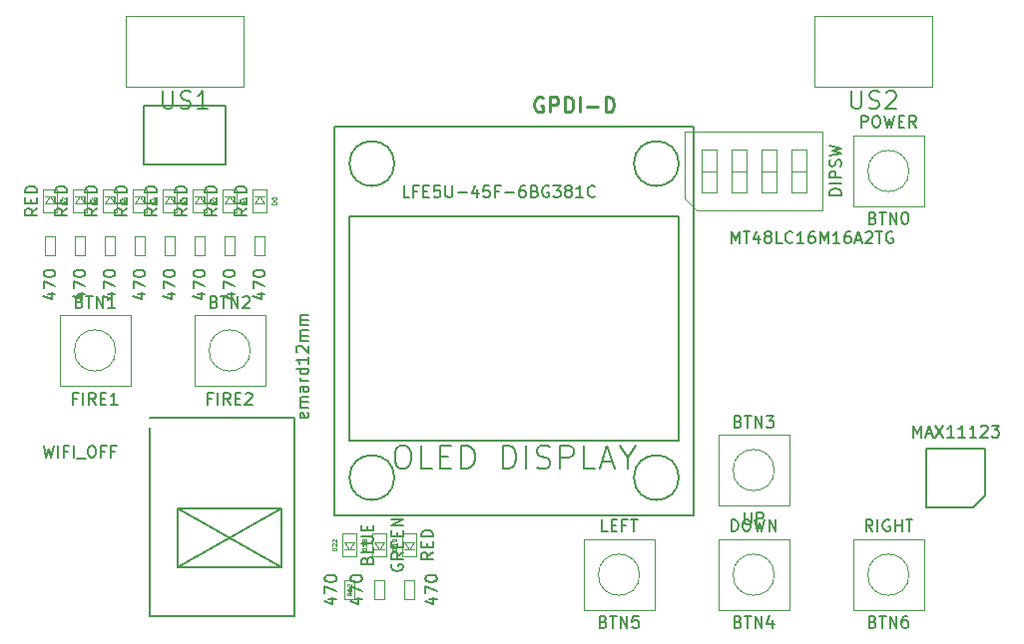
<source format=gbr>
G04 #@! TF.FileFunction,Other,Fab,Top*
%FSLAX46Y46*%
G04 Gerber Fmt 4.6, Leading zero omitted, Abs format (unit mm)*
G04 Created by KiCad (PCBNEW 4.0.7+dfsg1-1) date Mon Dec 25 00:55:42 2017*
%MOMM*%
%LPD*%
G01*
G04 APERTURE LIST*
%ADD10C,0.100000*%
%ADD11C,0.150000*%
%ADD12C,0.075000*%
%ADD13C,0.254000*%
G04 APERTURE END LIST*
D10*
X127990000Y-108880000D02*
X128790000Y-108880000D01*
X127990000Y-110480000D02*
X127990000Y-108880000D01*
X128790000Y-110480000D02*
X127990000Y-110480000D01*
X128790000Y-108880000D02*
X128790000Y-110480000D01*
X131330000Y-110480000D02*
X130530000Y-110480000D01*
X131330000Y-108880000D02*
X131330000Y-110480000D01*
X130530000Y-108880000D02*
X131330000Y-108880000D01*
X130530000Y-110480000D02*
X130530000Y-108880000D01*
X116880000Y-60925000D02*
X116880000Y-66925000D01*
X106880000Y-60925000D02*
X116880000Y-60925000D01*
X106880000Y-66925000D02*
X106880000Y-60925000D01*
X116880000Y-66925000D02*
X106880000Y-66925000D01*
X175300000Y-60925000D02*
X175300000Y-66925000D01*
X165300000Y-60925000D02*
X175300000Y-60925000D01*
X165300000Y-66925000D02*
X165300000Y-60925000D01*
X175300000Y-66925000D02*
X165300000Y-66925000D01*
X118630000Y-81270000D02*
X117830000Y-81270000D01*
X118630000Y-79670000D02*
X118630000Y-81270000D01*
X117830000Y-79670000D02*
X118630000Y-79670000D01*
X117830000Y-81270000D02*
X117830000Y-79670000D01*
X116090000Y-81270000D02*
X115290000Y-81270000D01*
X116090000Y-79670000D02*
X116090000Y-81270000D01*
X115290000Y-79670000D02*
X116090000Y-79670000D01*
X115290000Y-81270000D02*
X115290000Y-79670000D01*
X113550000Y-81270000D02*
X112750000Y-81270000D01*
X113550000Y-79670000D02*
X113550000Y-81270000D01*
X112750000Y-79670000D02*
X113550000Y-79670000D01*
X112750000Y-81270000D02*
X112750000Y-79670000D01*
X111010000Y-81270000D02*
X110210000Y-81270000D01*
X111010000Y-79670000D02*
X111010000Y-81270000D01*
X110210000Y-79670000D02*
X111010000Y-79670000D01*
X110210000Y-81270000D02*
X110210000Y-79670000D01*
X108470000Y-81270000D02*
X107670000Y-81270000D01*
X108470000Y-79670000D02*
X108470000Y-81270000D01*
X107670000Y-79670000D02*
X108470000Y-79670000D01*
X107670000Y-81270000D02*
X107670000Y-79670000D01*
X105930000Y-81270000D02*
X105130000Y-81270000D01*
X105930000Y-79670000D02*
X105930000Y-81270000D01*
X105130000Y-79670000D02*
X105930000Y-79670000D01*
X105130000Y-81270000D02*
X105130000Y-79670000D01*
X103390000Y-81270000D02*
X102590000Y-81270000D01*
X103390000Y-79670000D02*
X103390000Y-81270000D01*
X102590000Y-79670000D02*
X103390000Y-79670000D01*
X102590000Y-81270000D02*
X102590000Y-79670000D01*
X100850000Y-81270000D02*
X100050000Y-81270000D01*
X100850000Y-79670000D02*
X100850000Y-81270000D01*
X100050000Y-79670000D02*
X100850000Y-79670000D01*
X100050000Y-81270000D02*
X100050000Y-79670000D01*
D11*
X178785000Y-102655000D02*
X174785000Y-102655000D01*
X174785000Y-102655000D02*
X174785000Y-97655000D01*
X174785000Y-97655000D02*
X179785000Y-97655000D01*
X179785000Y-97655000D02*
X179785000Y-101655000D01*
X179785000Y-101655000D02*
X178785000Y-102655000D01*
X153790000Y-73485000D02*
G75*
G03X153790000Y-73485000I-1905000J0D01*
G01*
X129660000Y-73485000D02*
G75*
G03X129660000Y-73485000I-1905000J0D01*
G01*
X129660000Y-100155000D02*
G75*
G03X129660000Y-100155000I-1905000J0D01*
G01*
X153790000Y-100155000D02*
G75*
G03X153790000Y-100155000I-1905000J0D01*
G01*
X153790000Y-77930000D02*
X153790000Y-96980000D01*
X125850000Y-77930000D02*
X153790000Y-77930000D01*
X125850000Y-96980000D02*
X125850000Y-77930000D01*
X153790000Y-96980000D02*
X125850000Y-96980000D01*
X155060000Y-70310000D02*
X155060000Y-103330000D01*
X124580000Y-70310000D02*
X155060000Y-70310000D01*
X124580000Y-103330000D02*
X124580000Y-70310000D01*
X155060000Y-103330000D02*
X124580000Y-103330000D01*
D10*
X174570000Y-77120000D02*
X174570000Y-71120000D01*
X174570000Y-71120000D02*
X168570000Y-71120000D01*
X168570000Y-71120000D02*
X168570000Y-77120000D01*
X168570000Y-77120000D02*
X174570000Y-77120000D01*
X173320714Y-74120000D02*
G75*
G03X173320714Y-74120000I-1750714J0D01*
G01*
X101260000Y-86360000D02*
X101260000Y-92360000D01*
X101260000Y-92360000D02*
X107260000Y-92360000D01*
X107260000Y-92360000D02*
X107260000Y-86360000D01*
X107260000Y-86360000D02*
X101260000Y-86360000D01*
X106010714Y-89360000D02*
G75*
G03X106010714Y-89360000I-1750714J0D01*
G01*
X112690000Y-86360000D02*
X112690000Y-92360000D01*
X112690000Y-92360000D02*
X118690000Y-92360000D01*
X118690000Y-92360000D02*
X118690000Y-86360000D01*
X118690000Y-86360000D02*
X112690000Y-86360000D01*
X117440714Y-89360000D02*
G75*
G03X117440714Y-89360000I-1750714J0D01*
G01*
X157140000Y-96520000D02*
X157140000Y-102520000D01*
X157140000Y-102520000D02*
X163140000Y-102520000D01*
X163140000Y-102520000D02*
X163140000Y-96520000D01*
X163140000Y-96520000D02*
X157140000Y-96520000D01*
X161890714Y-99520000D02*
G75*
G03X161890714Y-99520000I-1750714J0D01*
G01*
X163140000Y-111410000D02*
X163140000Y-105410000D01*
X163140000Y-105410000D02*
X157140000Y-105410000D01*
X157140000Y-105410000D02*
X157140000Y-111410000D01*
X157140000Y-111410000D02*
X163140000Y-111410000D01*
X161890714Y-108410000D02*
G75*
G03X161890714Y-108410000I-1750714J0D01*
G01*
X151710000Y-111410000D02*
X151710000Y-105410000D01*
X151710000Y-105410000D02*
X145710000Y-105410000D01*
X145710000Y-105410000D02*
X145710000Y-111410000D01*
X145710000Y-111410000D02*
X151710000Y-111410000D01*
X150460714Y-108410000D02*
G75*
G03X150460714Y-108410000I-1750714J0D01*
G01*
X174570000Y-111410000D02*
X174570000Y-105410000D01*
X174570000Y-105410000D02*
X168570000Y-105410000D01*
X168570000Y-105410000D02*
X168570000Y-111410000D01*
X168570000Y-111410000D02*
X174570000Y-111410000D01*
X173320714Y-108410000D02*
G75*
G03X173320714Y-108410000I-1750714J0D01*
G01*
X154280000Y-76460000D02*
X154280000Y-70780000D01*
X154280000Y-70780000D02*
X166000000Y-70780000D01*
X166000000Y-70780000D02*
X166000000Y-77460000D01*
X166000000Y-77460000D02*
X155280000Y-77460000D01*
X155280000Y-77460000D02*
X154280000Y-76460000D01*
X155695000Y-75930000D02*
X156965000Y-75930000D01*
X156965000Y-75930000D02*
X156965000Y-72310000D01*
X156965000Y-72310000D02*
X155695000Y-72310000D01*
X155695000Y-72310000D02*
X155695000Y-75930000D01*
X155695000Y-74120000D02*
X156965000Y-74120000D01*
X158235000Y-75930000D02*
X159505000Y-75930000D01*
X159505000Y-75930000D02*
X159505000Y-72310000D01*
X159505000Y-72310000D02*
X158235000Y-72310000D01*
X158235000Y-72310000D02*
X158235000Y-75930000D01*
X158235000Y-74120000D02*
X159505000Y-74120000D01*
X160775000Y-75930000D02*
X162045000Y-75930000D01*
X162045000Y-75930000D02*
X162045000Y-72310000D01*
X162045000Y-72310000D02*
X160775000Y-72310000D01*
X160775000Y-72310000D02*
X160775000Y-75930000D01*
X160775000Y-74120000D02*
X162045000Y-74120000D01*
X163315000Y-75930000D02*
X164585000Y-75930000D01*
X164585000Y-75930000D02*
X164585000Y-72310000D01*
X164585000Y-72310000D02*
X163315000Y-72310000D01*
X163315000Y-72310000D02*
X163315000Y-75930000D01*
X163315000Y-74120000D02*
X164585000Y-74120000D01*
X125450000Y-106270000D02*
X126250000Y-106270000D01*
X125850000Y-106270000D02*
X125450000Y-105670000D01*
X126250000Y-105670000D02*
X125850000Y-106270000D01*
X125450000Y-105670000D02*
X126250000Y-105670000D01*
X126450000Y-104870000D02*
X126450000Y-106870000D01*
X125250000Y-104870000D02*
X126450000Y-104870000D01*
X125250000Y-106870000D02*
X125250000Y-104870000D01*
X126450000Y-106870000D02*
X125250000Y-106870000D01*
X125450000Y-108880000D02*
X126250000Y-108880000D01*
X125450000Y-110480000D02*
X125450000Y-108880000D01*
X126250000Y-110480000D02*
X125450000Y-110480000D01*
X126250000Y-108880000D02*
X126250000Y-110480000D01*
X127990000Y-106270000D02*
X128790000Y-106270000D01*
X128390000Y-106270000D02*
X127990000Y-105670000D01*
X128790000Y-105670000D02*
X128390000Y-106270000D01*
X127990000Y-105670000D02*
X128790000Y-105670000D01*
X128990000Y-104870000D02*
X128990000Y-106870000D01*
X127790000Y-104870000D02*
X128990000Y-104870000D01*
X127790000Y-106870000D02*
X127790000Y-104870000D01*
X128990000Y-106870000D02*
X127790000Y-106870000D01*
X118630000Y-76260000D02*
X117830000Y-76260000D01*
X118230000Y-76260000D02*
X118630000Y-76860000D01*
X117830000Y-76860000D02*
X118230000Y-76260000D01*
X118630000Y-76860000D02*
X117830000Y-76860000D01*
X117630000Y-77660000D02*
X117630000Y-75660000D01*
X118830000Y-77660000D02*
X117630000Y-77660000D01*
X118830000Y-75660000D02*
X118830000Y-77660000D01*
X117630000Y-75660000D02*
X118830000Y-75660000D01*
X116090000Y-76260000D02*
X115290000Y-76260000D01*
X115690000Y-76260000D02*
X116090000Y-76860000D01*
X115290000Y-76860000D02*
X115690000Y-76260000D01*
X116090000Y-76860000D02*
X115290000Y-76860000D01*
X115090000Y-77660000D02*
X115090000Y-75660000D01*
X116290000Y-77660000D02*
X115090000Y-77660000D01*
X116290000Y-75660000D02*
X116290000Y-77660000D01*
X115090000Y-75660000D02*
X116290000Y-75660000D01*
X113550000Y-76260000D02*
X112750000Y-76260000D01*
X113150000Y-76260000D02*
X113550000Y-76860000D01*
X112750000Y-76860000D02*
X113150000Y-76260000D01*
X113550000Y-76860000D02*
X112750000Y-76860000D01*
X112550000Y-77660000D02*
X112550000Y-75660000D01*
X113750000Y-77660000D02*
X112550000Y-77660000D01*
X113750000Y-75660000D02*
X113750000Y-77660000D01*
X112550000Y-75660000D02*
X113750000Y-75660000D01*
X111010000Y-76260000D02*
X110210000Y-76260000D01*
X110610000Y-76260000D02*
X111010000Y-76860000D01*
X110210000Y-76860000D02*
X110610000Y-76260000D01*
X111010000Y-76860000D02*
X110210000Y-76860000D01*
X110010000Y-77660000D02*
X110010000Y-75660000D01*
X111210000Y-77660000D02*
X110010000Y-77660000D01*
X111210000Y-75660000D02*
X111210000Y-77660000D01*
X110010000Y-75660000D02*
X111210000Y-75660000D01*
X108470000Y-76260000D02*
X107670000Y-76260000D01*
X108070000Y-76260000D02*
X108470000Y-76860000D01*
X107670000Y-76860000D02*
X108070000Y-76260000D01*
X108470000Y-76860000D02*
X107670000Y-76860000D01*
X107470000Y-77660000D02*
X107470000Y-75660000D01*
X108670000Y-77660000D02*
X107470000Y-77660000D01*
X108670000Y-75660000D02*
X108670000Y-77660000D01*
X107470000Y-75660000D02*
X108670000Y-75660000D01*
X105930000Y-76260000D02*
X105130000Y-76260000D01*
X105530000Y-76260000D02*
X105930000Y-76860000D01*
X105130000Y-76860000D02*
X105530000Y-76260000D01*
X105930000Y-76860000D02*
X105130000Y-76860000D01*
X104930000Y-77660000D02*
X104930000Y-75660000D01*
X106130000Y-77660000D02*
X104930000Y-77660000D01*
X106130000Y-75660000D02*
X106130000Y-77660000D01*
X104930000Y-75660000D02*
X106130000Y-75660000D01*
X103390000Y-76260000D02*
X102590000Y-76260000D01*
X102990000Y-76260000D02*
X103390000Y-76860000D01*
X102590000Y-76860000D02*
X102990000Y-76260000D01*
X103390000Y-76860000D02*
X102590000Y-76860000D01*
X102390000Y-77660000D02*
X102390000Y-75660000D01*
X103590000Y-77660000D02*
X102390000Y-77660000D01*
X103590000Y-75660000D02*
X103590000Y-77660000D01*
X102390000Y-75660000D02*
X103590000Y-75660000D01*
X100850000Y-76260000D02*
X100050000Y-76260000D01*
X100450000Y-76260000D02*
X100850000Y-76860000D01*
X100050000Y-76860000D02*
X100450000Y-76260000D01*
X100850000Y-76860000D02*
X100050000Y-76860000D01*
X99850000Y-77660000D02*
X99850000Y-75660000D01*
X101050000Y-77660000D02*
X99850000Y-77660000D01*
X101050000Y-75660000D02*
X101050000Y-77660000D01*
X99850000Y-75660000D02*
X101050000Y-75660000D01*
X130530000Y-106270000D02*
X131330000Y-106270000D01*
X130930000Y-106270000D02*
X130530000Y-105670000D01*
X131330000Y-105670000D02*
X130930000Y-106270000D01*
X130530000Y-105670000D02*
X131330000Y-105670000D01*
X131530000Y-104870000D02*
X131530000Y-106870000D01*
X130330000Y-104870000D02*
X131530000Y-104870000D01*
X130330000Y-106870000D02*
X130330000Y-104870000D01*
X131530000Y-106870000D02*
X130330000Y-106870000D01*
D11*
X120050000Y-102800000D02*
X111250000Y-107750000D01*
X120050000Y-107750000D02*
X111250000Y-102800000D01*
X120050000Y-102800000D02*
X120050000Y-107750000D01*
X111250000Y-102800000D02*
X111250000Y-107750000D01*
X111250000Y-107750000D02*
X120050000Y-107750000D01*
X120050000Y-102800000D02*
X111250000Y-102800000D01*
X121200000Y-95100000D02*
X108900000Y-95100000D01*
X121200000Y-111900000D02*
X121200000Y-95100000D01*
X108900000Y-111900000D02*
X121200000Y-111900000D01*
X108900000Y-95950000D02*
X108900000Y-111900000D01*
X115380000Y-68572000D02*
X115380000Y-73572000D01*
X108380000Y-68572000D02*
X115380000Y-68572000D01*
X108380000Y-73572000D02*
X108380000Y-68572000D01*
X115380000Y-73572000D02*
X108380000Y-73572000D01*
X99894762Y-97448381D02*
X100132857Y-98448381D01*
X100323334Y-97734095D01*
X100513810Y-98448381D01*
X100751905Y-97448381D01*
X101132857Y-98448381D02*
X101132857Y-97448381D01*
X101942381Y-97924571D02*
X101609047Y-97924571D01*
X101609047Y-98448381D02*
X101609047Y-97448381D01*
X102085238Y-97448381D01*
X102466190Y-98448381D02*
X102466190Y-97448381D01*
X102704285Y-98543619D02*
X103466190Y-98543619D01*
X103894761Y-97448381D02*
X104085238Y-97448381D01*
X104180476Y-97496000D01*
X104275714Y-97591238D01*
X104323333Y-97781714D01*
X104323333Y-98115048D01*
X104275714Y-98305524D01*
X104180476Y-98400762D01*
X104085238Y-98448381D01*
X103894761Y-98448381D01*
X103799523Y-98400762D01*
X103704285Y-98305524D01*
X103656666Y-98115048D01*
X103656666Y-97781714D01*
X103704285Y-97591238D01*
X103799523Y-97496000D01*
X103894761Y-97448381D01*
X105085238Y-97924571D02*
X104751904Y-97924571D01*
X104751904Y-98448381D02*
X104751904Y-97448381D01*
X105228095Y-97448381D01*
X105942381Y-97924571D02*
X105609047Y-97924571D01*
X105609047Y-98448381D02*
X105609047Y-97448381D01*
X106085238Y-97448381D01*
X126275714Y-110441904D02*
X126942381Y-110441904D01*
X125894762Y-110680000D02*
X126609048Y-110918095D01*
X126609048Y-110299047D01*
X125942381Y-110013333D02*
X125942381Y-109346666D01*
X126942381Y-109775238D01*
X125942381Y-108775238D02*
X125942381Y-108679999D01*
X125990000Y-108584761D01*
X126037619Y-108537142D01*
X126132857Y-108489523D01*
X126323333Y-108441904D01*
X126561429Y-108441904D01*
X126751905Y-108489523D01*
X126847143Y-108537142D01*
X126894762Y-108584761D01*
X126942381Y-108679999D01*
X126942381Y-108775238D01*
X126894762Y-108870476D01*
X126847143Y-108918095D01*
X126751905Y-108965714D01*
X126561429Y-109013333D01*
X126323333Y-109013333D01*
X126132857Y-108965714D01*
X126037619Y-108918095D01*
X125990000Y-108870476D01*
X125942381Y-108775238D01*
X132615714Y-110441904D02*
X133282381Y-110441904D01*
X132234762Y-110680000D02*
X132949048Y-110918095D01*
X132949048Y-110299047D01*
X132282381Y-110013333D02*
X132282381Y-109346666D01*
X133282381Y-109775238D01*
X132282381Y-108775238D02*
X132282381Y-108679999D01*
X132330000Y-108584761D01*
X132377619Y-108537142D01*
X132472857Y-108489523D01*
X132663333Y-108441904D01*
X132901429Y-108441904D01*
X133091905Y-108489523D01*
X133187143Y-108537142D01*
X133234762Y-108584761D01*
X133282381Y-108679999D01*
X133282381Y-108775238D01*
X133234762Y-108870476D01*
X133187143Y-108918095D01*
X133091905Y-108965714D01*
X132901429Y-109013333D01*
X132663333Y-109013333D01*
X132472857Y-108965714D01*
X132377619Y-108918095D01*
X132330000Y-108870476D01*
X132282381Y-108775238D01*
X110022858Y-67329571D02*
X110022858Y-68543857D01*
X110094286Y-68686714D01*
X110165715Y-68758143D01*
X110308572Y-68829571D01*
X110594286Y-68829571D01*
X110737144Y-68758143D01*
X110808572Y-68686714D01*
X110880001Y-68543857D01*
X110880001Y-67329571D01*
X111522858Y-68758143D02*
X111737144Y-68829571D01*
X112094287Y-68829571D01*
X112237144Y-68758143D01*
X112308573Y-68686714D01*
X112380001Y-68543857D01*
X112380001Y-68401000D01*
X112308573Y-68258143D01*
X112237144Y-68186714D01*
X112094287Y-68115286D01*
X111808573Y-68043857D01*
X111665715Y-67972429D01*
X111594287Y-67901000D01*
X111522858Y-67758143D01*
X111522858Y-67615286D01*
X111594287Y-67472429D01*
X111665715Y-67401000D01*
X111808573Y-67329571D01*
X112165715Y-67329571D01*
X112380001Y-67401000D01*
X113808572Y-68829571D02*
X112951429Y-68829571D01*
X113380001Y-68829571D02*
X113380001Y-67329571D01*
X113237144Y-67543857D01*
X113094286Y-67686714D01*
X112951429Y-67758143D01*
X168442858Y-67329571D02*
X168442858Y-68543857D01*
X168514286Y-68686714D01*
X168585715Y-68758143D01*
X168728572Y-68829571D01*
X169014286Y-68829571D01*
X169157144Y-68758143D01*
X169228572Y-68686714D01*
X169300001Y-68543857D01*
X169300001Y-67329571D01*
X169942858Y-68758143D02*
X170157144Y-68829571D01*
X170514287Y-68829571D01*
X170657144Y-68758143D01*
X170728573Y-68686714D01*
X170800001Y-68543857D01*
X170800001Y-68401000D01*
X170728573Y-68258143D01*
X170657144Y-68186714D01*
X170514287Y-68115286D01*
X170228573Y-68043857D01*
X170085715Y-67972429D01*
X170014287Y-67901000D01*
X169942858Y-67758143D01*
X169942858Y-67615286D01*
X170014287Y-67472429D01*
X170085715Y-67401000D01*
X170228573Y-67329571D01*
X170585715Y-67329571D01*
X170800001Y-67401000D01*
X171371429Y-67472429D02*
X171442858Y-67401000D01*
X171585715Y-67329571D01*
X171942858Y-67329571D01*
X172085715Y-67401000D01*
X172157144Y-67472429D01*
X172228572Y-67615286D01*
X172228572Y-67758143D01*
X172157144Y-67972429D01*
X171300001Y-68829571D01*
X172228572Y-68829571D01*
X118015714Y-84533904D02*
X118682381Y-84533904D01*
X117634762Y-84772000D02*
X118349048Y-85010095D01*
X118349048Y-84391047D01*
X117682381Y-84105333D02*
X117682381Y-83438666D01*
X118682381Y-83867238D01*
X117682381Y-82867238D02*
X117682381Y-82771999D01*
X117730000Y-82676761D01*
X117777619Y-82629142D01*
X117872857Y-82581523D01*
X118063333Y-82533904D01*
X118301429Y-82533904D01*
X118491905Y-82581523D01*
X118587143Y-82629142D01*
X118634762Y-82676761D01*
X118682381Y-82771999D01*
X118682381Y-82867238D01*
X118634762Y-82962476D01*
X118587143Y-83010095D01*
X118491905Y-83057714D01*
X118301429Y-83105333D01*
X118063333Y-83105333D01*
X117872857Y-83057714D01*
X117777619Y-83010095D01*
X117730000Y-82962476D01*
X117682381Y-82867238D01*
X115475714Y-84533904D02*
X116142381Y-84533904D01*
X115094762Y-84772000D02*
X115809048Y-85010095D01*
X115809048Y-84391047D01*
X115142381Y-84105333D02*
X115142381Y-83438666D01*
X116142381Y-83867238D01*
X115142381Y-82867238D02*
X115142381Y-82771999D01*
X115190000Y-82676761D01*
X115237619Y-82629142D01*
X115332857Y-82581523D01*
X115523333Y-82533904D01*
X115761429Y-82533904D01*
X115951905Y-82581523D01*
X116047143Y-82629142D01*
X116094762Y-82676761D01*
X116142381Y-82771999D01*
X116142381Y-82867238D01*
X116094762Y-82962476D01*
X116047143Y-83010095D01*
X115951905Y-83057714D01*
X115761429Y-83105333D01*
X115523333Y-83105333D01*
X115332857Y-83057714D01*
X115237619Y-83010095D01*
X115190000Y-82962476D01*
X115142381Y-82867238D01*
X112935714Y-84533904D02*
X113602381Y-84533904D01*
X112554762Y-84772000D02*
X113269048Y-85010095D01*
X113269048Y-84391047D01*
X112602381Y-84105333D02*
X112602381Y-83438666D01*
X113602381Y-83867238D01*
X112602381Y-82867238D02*
X112602381Y-82771999D01*
X112650000Y-82676761D01*
X112697619Y-82629142D01*
X112792857Y-82581523D01*
X112983333Y-82533904D01*
X113221429Y-82533904D01*
X113411905Y-82581523D01*
X113507143Y-82629142D01*
X113554762Y-82676761D01*
X113602381Y-82771999D01*
X113602381Y-82867238D01*
X113554762Y-82962476D01*
X113507143Y-83010095D01*
X113411905Y-83057714D01*
X113221429Y-83105333D01*
X112983333Y-83105333D01*
X112792857Y-83057714D01*
X112697619Y-83010095D01*
X112650000Y-82962476D01*
X112602381Y-82867238D01*
X110395714Y-84533904D02*
X111062381Y-84533904D01*
X110014762Y-84772000D02*
X110729048Y-85010095D01*
X110729048Y-84391047D01*
X110062381Y-84105333D02*
X110062381Y-83438666D01*
X111062381Y-83867238D01*
X110062381Y-82867238D02*
X110062381Y-82771999D01*
X110110000Y-82676761D01*
X110157619Y-82629142D01*
X110252857Y-82581523D01*
X110443333Y-82533904D01*
X110681429Y-82533904D01*
X110871905Y-82581523D01*
X110967143Y-82629142D01*
X111014762Y-82676761D01*
X111062381Y-82771999D01*
X111062381Y-82867238D01*
X111014762Y-82962476D01*
X110967143Y-83010095D01*
X110871905Y-83057714D01*
X110681429Y-83105333D01*
X110443333Y-83105333D01*
X110252857Y-83057714D01*
X110157619Y-83010095D01*
X110110000Y-82962476D01*
X110062381Y-82867238D01*
X107855714Y-84533904D02*
X108522381Y-84533904D01*
X107474762Y-84772000D02*
X108189048Y-85010095D01*
X108189048Y-84391047D01*
X107522381Y-84105333D02*
X107522381Y-83438666D01*
X108522381Y-83867238D01*
X107522381Y-82867238D02*
X107522381Y-82771999D01*
X107570000Y-82676761D01*
X107617619Y-82629142D01*
X107712857Y-82581523D01*
X107903333Y-82533904D01*
X108141429Y-82533904D01*
X108331905Y-82581523D01*
X108427143Y-82629142D01*
X108474762Y-82676761D01*
X108522381Y-82771999D01*
X108522381Y-82867238D01*
X108474762Y-82962476D01*
X108427143Y-83010095D01*
X108331905Y-83057714D01*
X108141429Y-83105333D01*
X107903333Y-83105333D01*
X107712857Y-83057714D01*
X107617619Y-83010095D01*
X107570000Y-82962476D01*
X107522381Y-82867238D01*
X105315714Y-84533904D02*
X105982381Y-84533904D01*
X104934762Y-84772000D02*
X105649048Y-85010095D01*
X105649048Y-84391047D01*
X104982381Y-84105333D02*
X104982381Y-83438666D01*
X105982381Y-83867238D01*
X104982381Y-82867238D02*
X104982381Y-82771999D01*
X105030000Y-82676761D01*
X105077619Y-82629142D01*
X105172857Y-82581523D01*
X105363333Y-82533904D01*
X105601429Y-82533904D01*
X105791905Y-82581523D01*
X105887143Y-82629142D01*
X105934762Y-82676761D01*
X105982381Y-82771999D01*
X105982381Y-82867238D01*
X105934762Y-82962476D01*
X105887143Y-83010095D01*
X105791905Y-83057714D01*
X105601429Y-83105333D01*
X105363333Y-83105333D01*
X105172857Y-83057714D01*
X105077619Y-83010095D01*
X105030000Y-82962476D01*
X104982381Y-82867238D01*
X102775714Y-84533904D02*
X103442381Y-84533904D01*
X102394762Y-84772000D02*
X103109048Y-85010095D01*
X103109048Y-84391047D01*
X102442381Y-84105333D02*
X102442381Y-83438666D01*
X103442381Y-83867238D01*
X102442381Y-82867238D02*
X102442381Y-82771999D01*
X102490000Y-82676761D01*
X102537619Y-82629142D01*
X102632857Y-82581523D01*
X102823333Y-82533904D01*
X103061429Y-82533904D01*
X103251905Y-82581523D01*
X103347143Y-82629142D01*
X103394762Y-82676761D01*
X103442381Y-82771999D01*
X103442381Y-82867238D01*
X103394762Y-82962476D01*
X103347143Y-83010095D01*
X103251905Y-83057714D01*
X103061429Y-83105333D01*
X102823333Y-83105333D01*
X102632857Y-83057714D01*
X102537619Y-83010095D01*
X102490000Y-82962476D01*
X102442381Y-82867238D01*
X100235714Y-84533904D02*
X100902381Y-84533904D01*
X99854762Y-84772000D02*
X100569048Y-85010095D01*
X100569048Y-84391047D01*
X99902381Y-84105333D02*
X99902381Y-83438666D01*
X100902381Y-83867238D01*
X99902381Y-82867238D02*
X99902381Y-82771999D01*
X99950000Y-82676761D01*
X99997619Y-82629142D01*
X100092857Y-82581523D01*
X100283333Y-82533904D01*
X100521429Y-82533904D01*
X100711905Y-82581523D01*
X100807143Y-82629142D01*
X100854762Y-82676761D01*
X100902381Y-82771999D01*
X100902381Y-82867238D01*
X100854762Y-82962476D01*
X100807143Y-83010095D01*
X100711905Y-83057714D01*
X100521429Y-83105333D01*
X100283333Y-83105333D01*
X100092857Y-83057714D01*
X99997619Y-83010095D01*
X99950000Y-82962476D01*
X99902381Y-82867238D01*
X173665952Y-96732381D02*
X173665952Y-95732381D01*
X173999286Y-96446667D01*
X174332619Y-95732381D01*
X174332619Y-96732381D01*
X174761190Y-96446667D02*
X175237381Y-96446667D01*
X174665952Y-96732381D02*
X174999285Y-95732381D01*
X175332619Y-96732381D01*
X175570714Y-95732381D02*
X176237381Y-96732381D01*
X176237381Y-95732381D02*
X175570714Y-96732381D01*
X177142143Y-96732381D02*
X176570714Y-96732381D01*
X176856428Y-96732381D02*
X176856428Y-95732381D01*
X176761190Y-95875238D01*
X176665952Y-95970476D01*
X176570714Y-96018095D01*
X178094524Y-96732381D02*
X177523095Y-96732381D01*
X177808809Y-96732381D02*
X177808809Y-95732381D01*
X177713571Y-95875238D01*
X177618333Y-95970476D01*
X177523095Y-96018095D01*
X179046905Y-96732381D02*
X178475476Y-96732381D01*
X178761190Y-96732381D02*
X178761190Y-95732381D01*
X178665952Y-95875238D01*
X178570714Y-95970476D01*
X178475476Y-96018095D01*
X179427857Y-95827619D02*
X179475476Y-95780000D01*
X179570714Y-95732381D01*
X179808810Y-95732381D01*
X179904048Y-95780000D01*
X179951667Y-95827619D01*
X179999286Y-95922857D01*
X179999286Y-96018095D01*
X179951667Y-96160952D01*
X179380238Y-96732381D01*
X179999286Y-96732381D01*
X180332619Y-95732381D02*
X180951667Y-95732381D01*
X180618333Y-96113333D01*
X180761191Y-96113333D01*
X180856429Y-96160952D01*
X180904048Y-96208571D01*
X180951667Y-96303810D01*
X180951667Y-96541905D01*
X180904048Y-96637143D01*
X180856429Y-96684762D01*
X180761191Y-96732381D01*
X180475476Y-96732381D01*
X180380238Y-96684762D01*
X180332619Y-96637143D01*
X130200952Y-97408762D02*
X130581904Y-97408762D01*
X130772380Y-97504000D01*
X130962857Y-97694476D01*
X131058095Y-98075429D01*
X131058095Y-98742095D01*
X130962857Y-99123048D01*
X130772380Y-99313524D01*
X130581904Y-99408762D01*
X130200952Y-99408762D01*
X130010476Y-99313524D01*
X129819999Y-99123048D01*
X129724761Y-98742095D01*
X129724761Y-98075429D01*
X129819999Y-97694476D01*
X130010476Y-97504000D01*
X130200952Y-97408762D01*
X132867618Y-99408762D02*
X131915237Y-99408762D01*
X131915237Y-97408762D01*
X133534285Y-98361143D02*
X134200952Y-98361143D01*
X134486666Y-99408762D02*
X133534285Y-99408762D01*
X133534285Y-97408762D01*
X134486666Y-97408762D01*
X135343809Y-99408762D02*
X135343809Y-97408762D01*
X135820000Y-97408762D01*
X136105714Y-97504000D01*
X136296190Y-97694476D01*
X136391429Y-97884952D01*
X136486667Y-98265905D01*
X136486667Y-98551619D01*
X136391429Y-98932571D01*
X136296190Y-99123048D01*
X136105714Y-99313524D01*
X135820000Y-99408762D01*
X135343809Y-99408762D01*
X138867619Y-99408762D02*
X138867619Y-97408762D01*
X139343810Y-97408762D01*
X139629524Y-97504000D01*
X139820000Y-97694476D01*
X139915239Y-97884952D01*
X140010477Y-98265905D01*
X140010477Y-98551619D01*
X139915239Y-98932571D01*
X139820000Y-99123048D01*
X139629524Y-99313524D01*
X139343810Y-99408762D01*
X138867619Y-99408762D01*
X140867619Y-99408762D02*
X140867619Y-97408762D01*
X141724762Y-99313524D02*
X142010477Y-99408762D01*
X142486667Y-99408762D01*
X142677143Y-99313524D01*
X142772381Y-99218286D01*
X142867620Y-99027810D01*
X142867620Y-98837333D01*
X142772381Y-98646857D01*
X142677143Y-98551619D01*
X142486667Y-98456381D01*
X142105715Y-98361143D01*
X141915239Y-98265905D01*
X141820000Y-98170667D01*
X141724762Y-97980190D01*
X141724762Y-97789714D01*
X141820000Y-97599238D01*
X141915239Y-97504000D01*
X142105715Y-97408762D01*
X142581905Y-97408762D01*
X142867620Y-97504000D01*
X143724762Y-99408762D02*
X143724762Y-97408762D01*
X144486667Y-97408762D01*
X144677143Y-97504000D01*
X144772382Y-97599238D01*
X144867620Y-97789714D01*
X144867620Y-98075429D01*
X144772382Y-98265905D01*
X144677143Y-98361143D01*
X144486667Y-98456381D01*
X143724762Y-98456381D01*
X146677143Y-99408762D02*
X145724762Y-99408762D01*
X145724762Y-97408762D01*
X147248572Y-98837333D02*
X148200953Y-98837333D01*
X147058096Y-99408762D02*
X147724763Y-97408762D01*
X148391430Y-99408762D01*
X149439049Y-98456381D02*
X149439049Y-99408762D01*
X148772382Y-97408762D02*
X149439049Y-98456381D01*
X150105716Y-97408762D01*
X169260476Y-70422381D02*
X169260476Y-69422381D01*
X169641429Y-69422381D01*
X169736667Y-69470000D01*
X169784286Y-69517619D01*
X169831905Y-69612857D01*
X169831905Y-69755714D01*
X169784286Y-69850952D01*
X169736667Y-69898571D01*
X169641429Y-69946190D01*
X169260476Y-69946190D01*
X170450952Y-69422381D02*
X170641429Y-69422381D01*
X170736667Y-69470000D01*
X170831905Y-69565238D01*
X170879524Y-69755714D01*
X170879524Y-70089048D01*
X170831905Y-70279524D01*
X170736667Y-70374762D01*
X170641429Y-70422381D01*
X170450952Y-70422381D01*
X170355714Y-70374762D01*
X170260476Y-70279524D01*
X170212857Y-70089048D01*
X170212857Y-69755714D01*
X170260476Y-69565238D01*
X170355714Y-69470000D01*
X170450952Y-69422381D01*
X171212857Y-69422381D02*
X171450952Y-70422381D01*
X171641429Y-69708095D01*
X171831905Y-70422381D01*
X172070000Y-69422381D01*
X172450952Y-69898571D02*
X172784286Y-69898571D01*
X172927143Y-70422381D02*
X172450952Y-70422381D01*
X172450952Y-69422381D01*
X172927143Y-69422381D01*
X173927143Y-70422381D02*
X173593809Y-69946190D01*
X173355714Y-70422381D02*
X173355714Y-69422381D01*
X173736667Y-69422381D01*
X173831905Y-69470000D01*
X173879524Y-69517619D01*
X173927143Y-69612857D01*
X173927143Y-69755714D01*
X173879524Y-69850952D01*
X173831905Y-69898571D01*
X173736667Y-69946190D01*
X173355714Y-69946190D01*
X170260477Y-78098571D02*
X170403334Y-78146190D01*
X170450953Y-78193810D01*
X170498572Y-78289048D01*
X170498572Y-78431905D01*
X170450953Y-78527143D01*
X170403334Y-78574762D01*
X170308096Y-78622381D01*
X169927143Y-78622381D01*
X169927143Y-77622381D01*
X170260477Y-77622381D01*
X170355715Y-77670000D01*
X170403334Y-77717619D01*
X170450953Y-77812857D01*
X170450953Y-77908095D01*
X170403334Y-78003333D01*
X170355715Y-78050952D01*
X170260477Y-78098571D01*
X169927143Y-78098571D01*
X170784286Y-77622381D02*
X171355715Y-77622381D01*
X171070000Y-78622381D02*
X171070000Y-77622381D01*
X171689048Y-78622381D02*
X171689048Y-77622381D01*
X172260477Y-78622381D01*
X172260477Y-77622381D01*
X172927143Y-77622381D02*
X173022382Y-77622381D01*
X173117620Y-77670000D01*
X173165239Y-77717619D01*
X173212858Y-77812857D01*
X173260477Y-78003333D01*
X173260477Y-78241429D01*
X173212858Y-78431905D01*
X173165239Y-78527143D01*
X173117620Y-78574762D01*
X173022382Y-78622381D01*
X172927143Y-78622381D01*
X172831905Y-78574762D01*
X172784286Y-78527143D01*
X172736667Y-78431905D01*
X172689048Y-78241429D01*
X172689048Y-78003333D01*
X172736667Y-77812857D01*
X172784286Y-77717619D01*
X172831905Y-77670000D01*
X172927143Y-77622381D01*
X102736191Y-93438571D02*
X102402857Y-93438571D01*
X102402857Y-93962381D02*
X102402857Y-92962381D01*
X102879048Y-92962381D01*
X103260000Y-93962381D02*
X103260000Y-92962381D01*
X104307619Y-93962381D02*
X103974285Y-93486190D01*
X103736190Y-93962381D02*
X103736190Y-92962381D01*
X104117143Y-92962381D01*
X104212381Y-93010000D01*
X104260000Y-93057619D01*
X104307619Y-93152857D01*
X104307619Y-93295714D01*
X104260000Y-93390952D01*
X104212381Y-93438571D01*
X104117143Y-93486190D01*
X103736190Y-93486190D01*
X104736190Y-93438571D02*
X105069524Y-93438571D01*
X105212381Y-93962381D02*
X104736190Y-93962381D01*
X104736190Y-92962381D01*
X105212381Y-92962381D01*
X106164762Y-93962381D02*
X105593333Y-93962381D01*
X105879047Y-93962381D02*
X105879047Y-92962381D01*
X105783809Y-93105238D01*
X105688571Y-93200476D01*
X105593333Y-93248095D01*
X102950477Y-85238571D02*
X103093334Y-85286190D01*
X103140953Y-85333810D01*
X103188572Y-85429048D01*
X103188572Y-85571905D01*
X103140953Y-85667143D01*
X103093334Y-85714762D01*
X102998096Y-85762381D01*
X102617143Y-85762381D01*
X102617143Y-84762381D01*
X102950477Y-84762381D01*
X103045715Y-84810000D01*
X103093334Y-84857619D01*
X103140953Y-84952857D01*
X103140953Y-85048095D01*
X103093334Y-85143333D01*
X103045715Y-85190952D01*
X102950477Y-85238571D01*
X102617143Y-85238571D01*
X103474286Y-84762381D02*
X104045715Y-84762381D01*
X103760000Y-85762381D02*
X103760000Y-84762381D01*
X104379048Y-85762381D02*
X104379048Y-84762381D01*
X104950477Y-85762381D01*
X104950477Y-84762381D01*
X105950477Y-85762381D02*
X105379048Y-85762381D01*
X105664762Y-85762381D02*
X105664762Y-84762381D01*
X105569524Y-84905238D01*
X105474286Y-85000476D01*
X105379048Y-85048095D01*
X114166191Y-93438571D02*
X113832857Y-93438571D01*
X113832857Y-93962381D02*
X113832857Y-92962381D01*
X114309048Y-92962381D01*
X114690000Y-93962381D02*
X114690000Y-92962381D01*
X115737619Y-93962381D02*
X115404285Y-93486190D01*
X115166190Y-93962381D02*
X115166190Y-92962381D01*
X115547143Y-92962381D01*
X115642381Y-93010000D01*
X115690000Y-93057619D01*
X115737619Y-93152857D01*
X115737619Y-93295714D01*
X115690000Y-93390952D01*
X115642381Y-93438571D01*
X115547143Y-93486190D01*
X115166190Y-93486190D01*
X116166190Y-93438571D02*
X116499524Y-93438571D01*
X116642381Y-93962381D02*
X116166190Y-93962381D01*
X116166190Y-92962381D01*
X116642381Y-92962381D01*
X117023333Y-93057619D02*
X117070952Y-93010000D01*
X117166190Y-92962381D01*
X117404286Y-92962381D01*
X117499524Y-93010000D01*
X117547143Y-93057619D01*
X117594762Y-93152857D01*
X117594762Y-93248095D01*
X117547143Y-93390952D01*
X116975714Y-93962381D01*
X117594762Y-93962381D01*
X114380477Y-85238571D02*
X114523334Y-85286190D01*
X114570953Y-85333810D01*
X114618572Y-85429048D01*
X114618572Y-85571905D01*
X114570953Y-85667143D01*
X114523334Y-85714762D01*
X114428096Y-85762381D01*
X114047143Y-85762381D01*
X114047143Y-84762381D01*
X114380477Y-84762381D01*
X114475715Y-84810000D01*
X114523334Y-84857619D01*
X114570953Y-84952857D01*
X114570953Y-85048095D01*
X114523334Y-85143333D01*
X114475715Y-85190952D01*
X114380477Y-85238571D01*
X114047143Y-85238571D01*
X114904286Y-84762381D02*
X115475715Y-84762381D01*
X115190000Y-85762381D02*
X115190000Y-84762381D01*
X115809048Y-85762381D02*
X115809048Y-84762381D01*
X116380477Y-85762381D01*
X116380477Y-84762381D01*
X116809048Y-84857619D02*
X116856667Y-84810000D01*
X116951905Y-84762381D01*
X117190001Y-84762381D01*
X117285239Y-84810000D01*
X117332858Y-84857619D01*
X117380477Y-84952857D01*
X117380477Y-85048095D01*
X117332858Y-85190952D01*
X116761429Y-85762381D01*
X117380477Y-85762381D01*
X159354286Y-103122381D02*
X159354286Y-103931905D01*
X159401905Y-104027143D01*
X159449524Y-104074762D01*
X159544762Y-104122381D01*
X159735239Y-104122381D01*
X159830477Y-104074762D01*
X159878096Y-104027143D01*
X159925715Y-103931905D01*
X159925715Y-103122381D01*
X160401905Y-104122381D02*
X160401905Y-103122381D01*
X160782858Y-103122381D01*
X160878096Y-103170000D01*
X160925715Y-103217619D01*
X160973334Y-103312857D01*
X160973334Y-103455714D01*
X160925715Y-103550952D01*
X160878096Y-103598571D01*
X160782858Y-103646190D01*
X160401905Y-103646190D01*
X158830477Y-95398571D02*
X158973334Y-95446190D01*
X159020953Y-95493810D01*
X159068572Y-95589048D01*
X159068572Y-95731905D01*
X159020953Y-95827143D01*
X158973334Y-95874762D01*
X158878096Y-95922381D01*
X158497143Y-95922381D01*
X158497143Y-94922381D01*
X158830477Y-94922381D01*
X158925715Y-94970000D01*
X158973334Y-95017619D01*
X159020953Y-95112857D01*
X159020953Y-95208095D01*
X158973334Y-95303333D01*
X158925715Y-95350952D01*
X158830477Y-95398571D01*
X158497143Y-95398571D01*
X159354286Y-94922381D02*
X159925715Y-94922381D01*
X159640000Y-95922381D02*
X159640000Y-94922381D01*
X160259048Y-95922381D02*
X160259048Y-94922381D01*
X160830477Y-95922381D01*
X160830477Y-94922381D01*
X161211429Y-94922381D02*
X161830477Y-94922381D01*
X161497143Y-95303333D01*
X161640001Y-95303333D01*
X161735239Y-95350952D01*
X161782858Y-95398571D01*
X161830477Y-95493810D01*
X161830477Y-95731905D01*
X161782858Y-95827143D01*
X161735239Y-95874762D01*
X161640001Y-95922381D01*
X161354286Y-95922381D01*
X161259048Y-95874762D01*
X161211429Y-95827143D01*
X158259048Y-104712381D02*
X158259048Y-103712381D01*
X158497143Y-103712381D01*
X158640001Y-103760000D01*
X158735239Y-103855238D01*
X158782858Y-103950476D01*
X158830477Y-104140952D01*
X158830477Y-104283810D01*
X158782858Y-104474286D01*
X158735239Y-104569524D01*
X158640001Y-104664762D01*
X158497143Y-104712381D01*
X158259048Y-104712381D01*
X159449524Y-103712381D02*
X159640001Y-103712381D01*
X159735239Y-103760000D01*
X159830477Y-103855238D01*
X159878096Y-104045714D01*
X159878096Y-104379048D01*
X159830477Y-104569524D01*
X159735239Y-104664762D01*
X159640001Y-104712381D01*
X159449524Y-104712381D01*
X159354286Y-104664762D01*
X159259048Y-104569524D01*
X159211429Y-104379048D01*
X159211429Y-104045714D01*
X159259048Y-103855238D01*
X159354286Y-103760000D01*
X159449524Y-103712381D01*
X160211429Y-103712381D02*
X160449524Y-104712381D01*
X160640001Y-103998095D01*
X160830477Y-104712381D01*
X161068572Y-103712381D01*
X161449524Y-104712381D02*
X161449524Y-103712381D01*
X162020953Y-104712381D01*
X162020953Y-103712381D01*
X158830477Y-112388571D02*
X158973334Y-112436190D01*
X159020953Y-112483810D01*
X159068572Y-112579048D01*
X159068572Y-112721905D01*
X159020953Y-112817143D01*
X158973334Y-112864762D01*
X158878096Y-112912381D01*
X158497143Y-112912381D01*
X158497143Y-111912381D01*
X158830477Y-111912381D01*
X158925715Y-111960000D01*
X158973334Y-112007619D01*
X159020953Y-112102857D01*
X159020953Y-112198095D01*
X158973334Y-112293333D01*
X158925715Y-112340952D01*
X158830477Y-112388571D01*
X158497143Y-112388571D01*
X159354286Y-111912381D02*
X159925715Y-111912381D01*
X159640000Y-112912381D02*
X159640000Y-111912381D01*
X160259048Y-112912381D02*
X160259048Y-111912381D01*
X160830477Y-112912381D01*
X160830477Y-111912381D01*
X161735239Y-112245714D02*
X161735239Y-112912381D01*
X161497143Y-111864762D02*
X161259048Y-112579048D01*
X161878096Y-112579048D01*
X147757619Y-104712381D02*
X147281428Y-104712381D01*
X147281428Y-103712381D01*
X148090952Y-104188571D02*
X148424286Y-104188571D01*
X148567143Y-104712381D02*
X148090952Y-104712381D01*
X148090952Y-103712381D01*
X148567143Y-103712381D01*
X149329048Y-104188571D02*
X148995714Y-104188571D01*
X148995714Y-104712381D02*
X148995714Y-103712381D01*
X149471905Y-103712381D01*
X149710000Y-103712381D02*
X150281429Y-103712381D01*
X149995714Y-104712381D02*
X149995714Y-103712381D01*
X147400477Y-112388571D02*
X147543334Y-112436190D01*
X147590953Y-112483810D01*
X147638572Y-112579048D01*
X147638572Y-112721905D01*
X147590953Y-112817143D01*
X147543334Y-112864762D01*
X147448096Y-112912381D01*
X147067143Y-112912381D01*
X147067143Y-111912381D01*
X147400477Y-111912381D01*
X147495715Y-111960000D01*
X147543334Y-112007619D01*
X147590953Y-112102857D01*
X147590953Y-112198095D01*
X147543334Y-112293333D01*
X147495715Y-112340952D01*
X147400477Y-112388571D01*
X147067143Y-112388571D01*
X147924286Y-111912381D02*
X148495715Y-111912381D01*
X148210000Y-112912381D02*
X148210000Y-111912381D01*
X148829048Y-112912381D02*
X148829048Y-111912381D01*
X149400477Y-112912381D01*
X149400477Y-111912381D01*
X150352858Y-111912381D02*
X149876667Y-111912381D01*
X149829048Y-112388571D01*
X149876667Y-112340952D01*
X149971905Y-112293333D01*
X150210001Y-112293333D01*
X150305239Y-112340952D01*
X150352858Y-112388571D01*
X150400477Y-112483810D01*
X150400477Y-112721905D01*
X150352858Y-112817143D01*
X150305239Y-112864762D01*
X150210001Y-112912381D01*
X149971905Y-112912381D01*
X149876667Y-112864762D01*
X149829048Y-112817143D01*
X170236667Y-104712381D02*
X169903333Y-104236190D01*
X169665238Y-104712381D02*
X169665238Y-103712381D01*
X170046191Y-103712381D01*
X170141429Y-103760000D01*
X170189048Y-103807619D01*
X170236667Y-103902857D01*
X170236667Y-104045714D01*
X170189048Y-104140952D01*
X170141429Y-104188571D01*
X170046191Y-104236190D01*
X169665238Y-104236190D01*
X170665238Y-104712381D02*
X170665238Y-103712381D01*
X171665238Y-103760000D02*
X171570000Y-103712381D01*
X171427143Y-103712381D01*
X171284285Y-103760000D01*
X171189047Y-103855238D01*
X171141428Y-103950476D01*
X171093809Y-104140952D01*
X171093809Y-104283810D01*
X171141428Y-104474286D01*
X171189047Y-104569524D01*
X171284285Y-104664762D01*
X171427143Y-104712381D01*
X171522381Y-104712381D01*
X171665238Y-104664762D01*
X171712857Y-104617143D01*
X171712857Y-104283810D01*
X171522381Y-104283810D01*
X172141428Y-104712381D02*
X172141428Y-103712381D01*
X172141428Y-104188571D02*
X172712857Y-104188571D01*
X172712857Y-104712381D02*
X172712857Y-103712381D01*
X173046190Y-103712381D02*
X173617619Y-103712381D01*
X173331904Y-104712381D02*
X173331904Y-103712381D01*
X170260477Y-112388571D02*
X170403334Y-112436190D01*
X170450953Y-112483810D01*
X170498572Y-112579048D01*
X170498572Y-112721905D01*
X170450953Y-112817143D01*
X170403334Y-112864762D01*
X170308096Y-112912381D01*
X169927143Y-112912381D01*
X169927143Y-111912381D01*
X170260477Y-111912381D01*
X170355715Y-111960000D01*
X170403334Y-112007619D01*
X170450953Y-112102857D01*
X170450953Y-112198095D01*
X170403334Y-112293333D01*
X170355715Y-112340952D01*
X170260477Y-112388571D01*
X169927143Y-112388571D01*
X170784286Y-111912381D02*
X171355715Y-111912381D01*
X171070000Y-112912381D02*
X171070000Y-111912381D01*
X171689048Y-112912381D02*
X171689048Y-111912381D01*
X172260477Y-112912381D01*
X172260477Y-111912381D01*
X173165239Y-111912381D02*
X172974762Y-111912381D01*
X172879524Y-111960000D01*
X172831905Y-112007619D01*
X172736667Y-112150476D01*
X172689048Y-112340952D01*
X172689048Y-112721905D01*
X172736667Y-112817143D01*
X172784286Y-112864762D01*
X172879524Y-112912381D01*
X173070001Y-112912381D01*
X173165239Y-112864762D01*
X173212858Y-112817143D01*
X173260477Y-112721905D01*
X173260477Y-112483810D01*
X173212858Y-112388571D01*
X173165239Y-112340952D01*
X173070001Y-112293333D01*
X172879524Y-112293333D01*
X172784286Y-112340952D01*
X172736667Y-112388571D01*
X172689048Y-112483810D01*
X167572381Y-76167619D02*
X166572381Y-76167619D01*
X166572381Y-75929524D01*
X166620000Y-75786666D01*
X166715238Y-75691428D01*
X166810476Y-75643809D01*
X167000952Y-75596190D01*
X167143810Y-75596190D01*
X167334286Y-75643809D01*
X167429524Y-75691428D01*
X167524762Y-75786666D01*
X167572381Y-75929524D01*
X167572381Y-76167619D01*
X167572381Y-75167619D02*
X166572381Y-75167619D01*
X167572381Y-74691429D02*
X166572381Y-74691429D01*
X166572381Y-74310476D01*
X166620000Y-74215238D01*
X166667619Y-74167619D01*
X166762857Y-74120000D01*
X166905714Y-74120000D01*
X167000952Y-74167619D01*
X167048571Y-74215238D01*
X167096190Y-74310476D01*
X167096190Y-74691429D01*
X167524762Y-73739048D02*
X167572381Y-73596191D01*
X167572381Y-73358095D01*
X167524762Y-73262857D01*
X167477143Y-73215238D01*
X167381905Y-73167619D01*
X167286667Y-73167619D01*
X167191429Y-73215238D01*
X167143810Y-73262857D01*
X167096190Y-73358095D01*
X167048571Y-73548572D01*
X167000952Y-73643810D01*
X166953333Y-73691429D01*
X166858095Y-73739048D01*
X166762857Y-73739048D01*
X166667619Y-73691429D01*
X166620000Y-73643810D01*
X166572381Y-73548572D01*
X166572381Y-73310476D01*
X166620000Y-73167619D01*
X166572381Y-72834286D02*
X167572381Y-72596191D01*
X166858095Y-72405714D01*
X167572381Y-72215238D01*
X166572381Y-71977143D01*
X130954762Y-76350381D02*
X130478571Y-76350381D01*
X130478571Y-75350381D01*
X131621429Y-75826571D02*
X131288095Y-75826571D01*
X131288095Y-76350381D02*
X131288095Y-75350381D01*
X131764286Y-75350381D01*
X132145238Y-75826571D02*
X132478572Y-75826571D01*
X132621429Y-76350381D02*
X132145238Y-76350381D01*
X132145238Y-75350381D01*
X132621429Y-75350381D01*
X133526191Y-75350381D02*
X133050000Y-75350381D01*
X133002381Y-75826571D01*
X133050000Y-75778952D01*
X133145238Y-75731333D01*
X133383334Y-75731333D01*
X133478572Y-75778952D01*
X133526191Y-75826571D01*
X133573810Y-75921810D01*
X133573810Y-76159905D01*
X133526191Y-76255143D01*
X133478572Y-76302762D01*
X133383334Y-76350381D01*
X133145238Y-76350381D01*
X133050000Y-76302762D01*
X133002381Y-76255143D01*
X134002381Y-75350381D02*
X134002381Y-76159905D01*
X134050000Y-76255143D01*
X134097619Y-76302762D01*
X134192857Y-76350381D01*
X134383334Y-76350381D01*
X134478572Y-76302762D01*
X134526191Y-76255143D01*
X134573810Y-76159905D01*
X134573810Y-75350381D01*
X135050000Y-75969429D02*
X135811905Y-75969429D01*
X136716667Y-75683714D02*
X136716667Y-76350381D01*
X136478571Y-75302762D02*
X136240476Y-76017048D01*
X136859524Y-76017048D01*
X137716667Y-75350381D02*
X137240476Y-75350381D01*
X137192857Y-75826571D01*
X137240476Y-75778952D01*
X137335714Y-75731333D01*
X137573810Y-75731333D01*
X137669048Y-75778952D01*
X137716667Y-75826571D01*
X137764286Y-75921810D01*
X137764286Y-76159905D01*
X137716667Y-76255143D01*
X137669048Y-76302762D01*
X137573810Y-76350381D01*
X137335714Y-76350381D01*
X137240476Y-76302762D01*
X137192857Y-76255143D01*
X138526191Y-75826571D02*
X138192857Y-75826571D01*
X138192857Y-76350381D02*
X138192857Y-75350381D01*
X138669048Y-75350381D01*
X139050000Y-75969429D02*
X139811905Y-75969429D01*
X140716667Y-75350381D02*
X140526190Y-75350381D01*
X140430952Y-75398000D01*
X140383333Y-75445619D01*
X140288095Y-75588476D01*
X140240476Y-75778952D01*
X140240476Y-76159905D01*
X140288095Y-76255143D01*
X140335714Y-76302762D01*
X140430952Y-76350381D01*
X140621429Y-76350381D01*
X140716667Y-76302762D01*
X140764286Y-76255143D01*
X140811905Y-76159905D01*
X140811905Y-75921810D01*
X140764286Y-75826571D01*
X140716667Y-75778952D01*
X140621429Y-75731333D01*
X140430952Y-75731333D01*
X140335714Y-75778952D01*
X140288095Y-75826571D01*
X140240476Y-75921810D01*
X141573810Y-75826571D02*
X141716667Y-75874190D01*
X141764286Y-75921810D01*
X141811905Y-76017048D01*
X141811905Y-76159905D01*
X141764286Y-76255143D01*
X141716667Y-76302762D01*
X141621429Y-76350381D01*
X141240476Y-76350381D01*
X141240476Y-75350381D01*
X141573810Y-75350381D01*
X141669048Y-75398000D01*
X141716667Y-75445619D01*
X141764286Y-75540857D01*
X141764286Y-75636095D01*
X141716667Y-75731333D01*
X141669048Y-75778952D01*
X141573810Y-75826571D01*
X141240476Y-75826571D01*
X142764286Y-75398000D02*
X142669048Y-75350381D01*
X142526191Y-75350381D01*
X142383333Y-75398000D01*
X142288095Y-75493238D01*
X142240476Y-75588476D01*
X142192857Y-75778952D01*
X142192857Y-75921810D01*
X142240476Y-76112286D01*
X142288095Y-76207524D01*
X142383333Y-76302762D01*
X142526191Y-76350381D01*
X142621429Y-76350381D01*
X142764286Y-76302762D01*
X142811905Y-76255143D01*
X142811905Y-75921810D01*
X142621429Y-75921810D01*
X143145238Y-75350381D02*
X143764286Y-75350381D01*
X143430952Y-75731333D01*
X143573810Y-75731333D01*
X143669048Y-75778952D01*
X143716667Y-75826571D01*
X143764286Y-75921810D01*
X143764286Y-76159905D01*
X143716667Y-76255143D01*
X143669048Y-76302762D01*
X143573810Y-76350381D01*
X143288095Y-76350381D01*
X143192857Y-76302762D01*
X143145238Y-76255143D01*
X144335714Y-75778952D02*
X144240476Y-75731333D01*
X144192857Y-75683714D01*
X144145238Y-75588476D01*
X144145238Y-75540857D01*
X144192857Y-75445619D01*
X144240476Y-75398000D01*
X144335714Y-75350381D01*
X144526191Y-75350381D01*
X144621429Y-75398000D01*
X144669048Y-75445619D01*
X144716667Y-75540857D01*
X144716667Y-75588476D01*
X144669048Y-75683714D01*
X144621429Y-75731333D01*
X144526191Y-75778952D01*
X144335714Y-75778952D01*
X144240476Y-75826571D01*
X144192857Y-75874190D01*
X144145238Y-75969429D01*
X144145238Y-76159905D01*
X144192857Y-76255143D01*
X144240476Y-76302762D01*
X144335714Y-76350381D01*
X144526191Y-76350381D01*
X144621429Y-76302762D01*
X144669048Y-76255143D01*
X144716667Y-76159905D01*
X144716667Y-75969429D01*
X144669048Y-75874190D01*
X144621429Y-75826571D01*
X144526191Y-75778952D01*
X145669048Y-76350381D02*
X145097619Y-76350381D01*
X145383333Y-76350381D02*
X145383333Y-75350381D01*
X145288095Y-75493238D01*
X145192857Y-75588476D01*
X145097619Y-75636095D01*
X146669048Y-76255143D02*
X146621429Y-76302762D01*
X146478572Y-76350381D01*
X146383334Y-76350381D01*
X146240476Y-76302762D01*
X146145238Y-76207524D01*
X146097619Y-76112286D01*
X146050000Y-75921810D01*
X146050000Y-75778952D01*
X146097619Y-75588476D01*
X146145238Y-75493238D01*
X146240476Y-75398000D01*
X146383334Y-75350381D01*
X146478572Y-75350381D01*
X146621429Y-75398000D01*
X146669048Y-75445619D01*
X122292762Y-94660190D02*
X122340381Y-94755428D01*
X122340381Y-94945905D01*
X122292762Y-95041143D01*
X122197524Y-95088762D01*
X121816571Y-95088762D01*
X121721333Y-95041143D01*
X121673714Y-94945905D01*
X121673714Y-94755428D01*
X121721333Y-94660190D01*
X121816571Y-94612571D01*
X121911810Y-94612571D01*
X122007048Y-95088762D01*
X122340381Y-94184000D02*
X121673714Y-94184000D01*
X121768952Y-94184000D02*
X121721333Y-94136381D01*
X121673714Y-94041143D01*
X121673714Y-93898285D01*
X121721333Y-93803047D01*
X121816571Y-93755428D01*
X122340381Y-93755428D01*
X121816571Y-93755428D02*
X121721333Y-93707809D01*
X121673714Y-93612571D01*
X121673714Y-93469714D01*
X121721333Y-93374476D01*
X121816571Y-93326857D01*
X122340381Y-93326857D01*
X122340381Y-92422095D02*
X121816571Y-92422095D01*
X121721333Y-92469714D01*
X121673714Y-92564952D01*
X121673714Y-92755429D01*
X121721333Y-92850667D01*
X122292762Y-92422095D02*
X122340381Y-92517333D01*
X122340381Y-92755429D01*
X122292762Y-92850667D01*
X122197524Y-92898286D01*
X122102286Y-92898286D01*
X122007048Y-92850667D01*
X121959429Y-92755429D01*
X121959429Y-92517333D01*
X121911810Y-92422095D01*
X122340381Y-91945905D02*
X121673714Y-91945905D01*
X121864190Y-91945905D02*
X121768952Y-91898286D01*
X121721333Y-91850667D01*
X121673714Y-91755429D01*
X121673714Y-91660190D01*
X122340381Y-90898285D02*
X121340381Y-90898285D01*
X122292762Y-90898285D02*
X122340381Y-90993523D01*
X122340381Y-91184000D01*
X122292762Y-91279238D01*
X122245143Y-91326857D01*
X122149905Y-91374476D01*
X121864190Y-91374476D01*
X121768952Y-91326857D01*
X121721333Y-91279238D01*
X121673714Y-91184000D01*
X121673714Y-90993523D01*
X121721333Y-90898285D01*
X122340381Y-89898285D02*
X122340381Y-90469714D01*
X122340381Y-90184000D02*
X121340381Y-90184000D01*
X121483238Y-90279238D01*
X121578476Y-90374476D01*
X121626095Y-90469714D01*
X121435619Y-89517333D02*
X121388000Y-89469714D01*
X121340381Y-89374476D01*
X121340381Y-89136380D01*
X121388000Y-89041142D01*
X121435619Y-88993523D01*
X121530857Y-88945904D01*
X121626095Y-88945904D01*
X121768952Y-88993523D01*
X122340381Y-89564952D01*
X122340381Y-88945904D01*
X122340381Y-88517333D02*
X121673714Y-88517333D01*
X121768952Y-88517333D02*
X121721333Y-88469714D01*
X121673714Y-88374476D01*
X121673714Y-88231618D01*
X121721333Y-88136380D01*
X121816571Y-88088761D01*
X122340381Y-88088761D01*
X121816571Y-88088761D02*
X121721333Y-88041142D01*
X121673714Y-87945904D01*
X121673714Y-87803047D01*
X121721333Y-87707809D01*
X121816571Y-87660190D01*
X122340381Y-87660190D01*
X122340381Y-87184000D02*
X121673714Y-87184000D01*
X121768952Y-87184000D02*
X121721333Y-87136381D01*
X121673714Y-87041143D01*
X121673714Y-86898285D01*
X121721333Y-86803047D01*
X121816571Y-86755428D01*
X122340381Y-86755428D01*
X121816571Y-86755428D02*
X121721333Y-86707809D01*
X121673714Y-86612571D01*
X121673714Y-86469714D01*
X121721333Y-86374476D01*
X121816571Y-86326857D01*
X122340381Y-86326857D01*
X127328571Y-107179523D02*
X127376190Y-107036666D01*
X127423810Y-106989047D01*
X127519048Y-106941428D01*
X127661905Y-106941428D01*
X127757143Y-106989047D01*
X127804762Y-107036666D01*
X127852381Y-107131904D01*
X127852381Y-107512857D01*
X126852381Y-107512857D01*
X126852381Y-107179523D01*
X126900000Y-107084285D01*
X126947619Y-107036666D01*
X127042857Y-106989047D01*
X127138095Y-106989047D01*
X127233333Y-107036666D01*
X127280952Y-107084285D01*
X127328571Y-107179523D01*
X127328571Y-107512857D01*
X127852381Y-106036666D02*
X127852381Y-106512857D01*
X126852381Y-106512857D01*
X126852381Y-105703333D02*
X127661905Y-105703333D01*
X127757143Y-105655714D01*
X127804762Y-105608095D01*
X127852381Y-105512857D01*
X127852381Y-105322380D01*
X127804762Y-105227142D01*
X127757143Y-105179523D01*
X127661905Y-105131904D01*
X126852381Y-105131904D01*
X127328571Y-104655714D02*
X127328571Y-104322380D01*
X127852381Y-104179523D02*
X127852381Y-104655714D01*
X126852381Y-104655714D01*
X126852381Y-104179523D01*
D10*
X124780952Y-106355714D02*
X124380952Y-106355714D01*
X124380952Y-106260476D01*
X124400000Y-106203333D01*
X124438095Y-106165238D01*
X124476190Y-106146190D01*
X124552381Y-106127142D01*
X124609524Y-106127142D01*
X124685714Y-106146190D01*
X124723810Y-106165238D01*
X124761905Y-106203333D01*
X124780952Y-106260476D01*
X124780952Y-106355714D01*
X124419048Y-105974762D02*
X124400000Y-105955714D01*
X124380952Y-105917619D01*
X124380952Y-105822381D01*
X124400000Y-105784285D01*
X124419048Y-105765238D01*
X124457143Y-105746190D01*
X124495238Y-105746190D01*
X124552381Y-105765238D01*
X124780952Y-105993809D01*
X124780952Y-105746190D01*
X124419048Y-105593810D02*
X124400000Y-105574762D01*
X124380952Y-105536667D01*
X124380952Y-105441429D01*
X124400000Y-105403333D01*
X124419048Y-105384286D01*
X124457143Y-105365238D01*
X124495238Y-105365238D01*
X124552381Y-105384286D01*
X124780952Y-105612857D01*
X124780952Y-105365238D01*
D11*
X124085714Y-110441904D02*
X124752381Y-110441904D01*
X123704762Y-110680000D02*
X124419048Y-110918095D01*
X124419048Y-110299047D01*
X123752381Y-110013333D02*
X123752381Y-109346666D01*
X124752381Y-109775238D01*
X123752381Y-108775238D02*
X123752381Y-108679999D01*
X123800000Y-108584761D01*
X123847619Y-108537142D01*
X123942857Y-108489523D01*
X124133333Y-108441904D01*
X124371429Y-108441904D01*
X124561905Y-108489523D01*
X124657143Y-108537142D01*
X124704762Y-108584761D01*
X124752381Y-108679999D01*
X124752381Y-108775238D01*
X124704762Y-108870476D01*
X124657143Y-108918095D01*
X124561905Y-108965714D01*
X124371429Y-109013333D01*
X124133333Y-109013333D01*
X123942857Y-108965714D01*
X123847619Y-108918095D01*
X123800000Y-108870476D01*
X123752381Y-108775238D01*
D12*
X126030952Y-109937142D02*
X125840476Y-110070476D01*
X126030952Y-110165714D02*
X125630952Y-110165714D01*
X125630952Y-110013333D01*
X125650000Y-109975238D01*
X125669048Y-109956190D01*
X125707143Y-109937142D01*
X125764286Y-109937142D01*
X125802381Y-109956190D01*
X125821429Y-109975238D01*
X125840476Y-110013333D01*
X125840476Y-110165714D01*
X125630952Y-109594285D02*
X125630952Y-109670476D01*
X125650000Y-109708571D01*
X125669048Y-109727619D01*
X125726190Y-109765714D01*
X125802381Y-109784762D01*
X125954762Y-109784762D01*
X125992857Y-109765714D01*
X126011905Y-109746666D01*
X126030952Y-109708571D01*
X126030952Y-109632381D01*
X126011905Y-109594285D01*
X125992857Y-109575238D01*
X125954762Y-109556190D01*
X125859524Y-109556190D01*
X125821429Y-109575238D01*
X125802381Y-109594285D01*
X125783333Y-109632381D01*
X125783333Y-109708571D01*
X125802381Y-109746666D01*
X125821429Y-109765714D01*
X125859524Y-109784762D01*
X125669048Y-109403810D02*
X125650000Y-109384762D01*
X125630952Y-109346667D01*
X125630952Y-109251429D01*
X125650000Y-109213333D01*
X125669048Y-109194286D01*
X125707143Y-109175238D01*
X125745238Y-109175238D01*
X125802381Y-109194286D01*
X126030952Y-109422857D01*
X126030952Y-109175238D01*
D11*
X129440000Y-107536666D02*
X129392381Y-107631904D01*
X129392381Y-107774761D01*
X129440000Y-107917619D01*
X129535238Y-108012857D01*
X129630476Y-108060476D01*
X129820952Y-108108095D01*
X129963810Y-108108095D01*
X130154286Y-108060476D01*
X130249524Y-108012857D01*
X130344762Y-107917619D01*
X130392381Y-107774761D01*
X130392381Y-107679523D01*
X130344762Y-107536666D01*
X130297143Y-107489047D01*
X129963810Y-107489047D01*
X129963810Y-107679523D01*
X130392381Y-106489047D02*
X129916190Y-106822381D01*
X130392381Y-107060476D02*
X129392381Y-107060476D01*
X129392381Y-106679523D01*
X129440000Y-106584285D01*
X129487619Y-106536666D01*
X129582857Y-106489047D01*
X129725714Y-106489047D01*
X129820952Y-106536666D01*
X129868571Y-106584285D01*
X129916190Y-106679523D01*
X129916190Y-107060476D01*
X129868571Y-106060476D02*
X129868571Y-105727142D01*
X130392381Y-105584285D02*
X130392381Y-106060476D01*
X129392381Y-106060476D01*
X129392381Y-105584285D01*
X129868571Y-105155714D02*
X129868571Y-104822380D01*
X130392381Y-104679523D02*
X130392381Y-105155714D01*
X129392381Y-105155714D01*
X129392381Y-104679523D01*
X130392381Y-104250952D02*
X129392381Y-104250952D01*
X130392381Y-103679523D01*
X129392381Y-103679523D01*
D10*
X127320952Y-106355714D02*
X126920952Y-106355714D01*
X126920952Y-106260476D01*
X126940000Y-106203333D01*
X126978095Y-106165238D01*
X127016190Y-106146190D01*
X127092381Y-106127142D01*
X127149524Y-106127142D01*
X127225714Y-106146190D01*
X127263810Y-106165238D01*
X127301905Y-106203333D01*
X127320952Y-106260476D01*
X127320952Y-106355714D01*
X127320952Y-105746190D02*
X127320952Y-105974762D01*
X127320952Y-105860476D02*
X126920952Y-105860476D01*
X126978095Y-105898571D01*
X127016190Y-105936666D01*
X127035238Y-105974762D01*
X127092381Y-105517619D02*
X127073333Y-105555714D01*
X127054286Y-105574762D01*
X127016190Y-105593810D01*
X126997143Y-105593810D01*
X126959048Y-105574762D01*
X126940000Y-105555714D01*
X126920952Y-105517619D01*
X126920952Y-105441429D01*
X126940000Y-105403333D01*
X126959048Y-105384286D01*
X126997143Y-105365238D01*
X127016190Y-105365238D01*
X127054286Y-105384286D01*
X127073333Y-105403333D01*
X127092381Y-105441429D01*
X127092381Y-105517619D01*
X127111429Y-105555714D01*
X127130476Y-105574762D01*
X127168571Y-105593810D01*
X127244762Y-105593810D01*
X127282857Y-105574762D01*
X127301905Y-105555714D01*
X127320952Y-105517619D01*
X127320952Y-105441429D01*
X127301905Y-105403333D01*
X127282857Y-105384286D01*
X127244762Y-105365238D01*
X127168571Y-105365238D01*
X127130476Y-105384286D01*
X127111429Y-105403333D01*
X127092381Y-105441429D01*
D11*
X117132381Y-77302857D02*
X116656190Y-77636191D01*
X117132381Y-77874286D02*
X116132381Y-77874286D01*
X116132381Y-77493333D01*
X116180000Y-77398095D01*
X116227619Y-77350476D01*
X116322857Y-77302857D01*
X116465714Y-77302857D01*
X116560952Y-77350476D01*
X116608571Y-77398095D01*
X116656190Y-77493333D01*
X116656190Y-77874286D01*
X116608571Y-76874286D02*
X116608571Y-76540952D01*
X117132381Y-76398095D02*
X117132381Y-76874286D01*
X116132381Y-76874286D01*
X116132381Y-76398095D01*
X117132381Y-75969524D02*
X116132381Y-75969524D01*
X116132381Y-75731429D01*
X116180000Y-75588571D01*
X116275238Y-75493333D01*
X116370476Y-75445714D01*
X116560952Y-75398095D01*
X116703810Y-75398095D01*
X116894286Y-75445714D01*
X116989524Y-75493333D01*
X117084762Y-75588571D01*
X117132381Y-75731429D01*
X117132381Y-75969524D01*
D10*
X119660952Y-76955238D02*
X119260952Y-76955238D01*
X119260952Y-76860000D01*
X119280000Y-76802857D01*
X119318095Y-76764762D01*
X119356190Y-76745714D01*
X119432381Y-76726666D01*
X119489524Y-76726666D01*
X119565714Y-76745714D01*
X119603810Y-76764762D01*
X119641905Y-76802857D01*
X119660952Y-76860000D01*
X119660952Y-76955238D01*
X119260952Y-76479047D02*
X119260952Y-76440952D01*
X119280000Y-76402857D01*
X119299048Y-76383809D01*
X119337143Y-76364762D01*
X119413333Y-76345714D01*
X119508571Y-76345714D01*
X119584762Y-76364762D01*
X119622857Y-76383809D01*
X119641905Y-76402857D01*
X119660952Y-76440952D01*
X119660952Y-76479047D01*
X119641905Y-76517143D01*
X119622857Y-76536190D01*
X119584762Y-76555238D01*
X119508571Y-76574286D01*
X119413333Y-76574286D01*
X119337143Y-76555238D01*
X119299048Y-76536190D01*
X119280000Y-76517143D01*
X119260952Y-76479047D01*
D11*
X114592381Y-77302857D02*
X114116190Y-77636191D01*
X114592381Y-77874286D02*
X113592381Y-77874286D01*
X113592381Y-77493333D01*
X113640000Y-77398095D01*
X113687619Y-77350476D01*
X113782857Y-77302857D01*
X113925714Y-77302857D01*
X114020952Y-77350476D01*
X114068571Y-77398095D01*
X114116190Y-77493333D01*
X114116190Y-77874286D01*
X114068571Y-76874286D02*
X114068571Y-76540952D01*
X114592381Y-76398095D02*
X114592381Y-76874286D01*
X113592381Y-76874286D01*
X113592381Y-76398095D01*
X114592381Y-75969524D02*
X113592381Y-75969524D01*
X113592381Y-75731429D01*
X113640000Y-75588571D01*
X113735238Y-75493333D01*
X113830476Y-75445714D01*
X114020952Y-75398095D01*
X114163810Y-75398095D01*
X114354286Y-75445714D01*
X114449524Y-75493333D01*
X114544762Y-75588571D01*
X114592381Y-75731429D01*
X114592381Y-75969524D01*
D10*
X117120952Y-76955238D02*
X116720952Y-76955238D01*
X116720952Y-76860000D01*
X116740000Y-76802857D01*
X116778095Y-76764762D01*
X116816190Y-76745714D01*
X116892381Y-76726666D01*
X116949524Y-76726666D01*
X117025714Y-76745714D01*
X117063810Y-76764762D01*
X117101905Y-76802857D01*
X117120952Y-76860000D01*
X117120952Y-76955238D01*
X117120952Y-76345714D02*
X117120952Y-76574286D01*
X117120952Y-76460000D02*
X116720952Y-76460000D01*
X116778095Y-76498095D01*
X116816190Y-76536190D01*
X116835238Y-76574286D01*
D11*
X112052381Y-77302857D02*
X111576190Y-77636191D01*
X112052381Y-77874286D02*
X111052381Y-77874286D01*
X111052381Y-77493333D01*
X111100000Y-77398095D01*
X111147619Y-77350476D01*
X111242857Y-77302857D01*
X111385714Y-77302857D01*
X111480952Y-77350476D01*
X111528571Y-77398095D01*
X111576190Y-77493333D01*
X111576190Y-77874286D01*
X111528571Y-76874286D02*
X111528571Y-76540952D01*
X112052381Y-76398095D02*
X112052381Y-76874286D01*
X111052381Y-76874286D01*
X111052381Y-76398095D01*
X112052381Y-75969524D02*
X111052381Y-75969524D01*
X111052381Y-75731429D01*
X111100000Y-75588571D01*
X111195238Y-75493333D01*
X111290476Y-75445714D01*
X111480952Y-75398095D01*
X111623810Y-75398095D01*
X111814286Y-75445714D01*
X111909524Y-75493333D01*
X112004762Y-75588571D01*
X112052381Y-75731429D01*
X112052381Y-75969524D01*
D10*
X114580952Y-76955238D02*
X114180952Y-76955238D01*
X114180952Y-76860000D01*
X114200000Y-76802857D01*
X114238095Y-76764762D01*
X114276190Y-76745714D01*
X114352381Y-76726666D01*
X114409524Y-76726666D01*
X114485714Y-76745714D01*
X114523810Y-76764762D01*
X114561905Y-76802857D01*
X114580952Y-76860000D01*
X114580952Y-76955238D01*
X114219048Y-76574286D02*
X114200000Y-76555238D01*
X114180952Y-76517143D01*
X114180952Y-76421905D01*
X114200000Y-76383809D01*
X114219048Y-76364762D01*
X114257143Y-76345714D01*
X114295238Y-76345714D01*
X114352381Y-76364762D01*
X114580952Y-76593333D01*
X114580952Y-76345714D01*
D11*
X109512381Y-77302857D02*
X109036190Y-77636191D01*
X109512381Y-77874286D02*
X108512381Y-77874286D01*
X108512381Y-77493333D01*
X108560000Y-77398095D01*
X108607619Y-77350476D01*
X108702857Y-77302857D01*
X108845714Y-77302857D01*
X108940952Y-77350476D01*
X108988571Y-77398095D01*
X109036190Y-77493333D01*
X109036190Y-77874286D01*
X108988571Y-76874286D02*
X108988571Y-76540952D01*
X109512381Y-76398095D02*
X109512381Y-76874286D01*
X108512381Y-76874286D01*
X108512381Y-76398095D01*
X109512381Y-75969524D02*
X108512381Y-75969524D01*
X108512381Y-75731429D01*
X108560000Y-75588571D01*
X108655238Y-75493333D01*
X108750476Y-75445714D01*
X108940952Y-75398095D01*
X109083810Y-75398095D01*
X109274286Y-75445714D01*
X109369524Y-75493333D01*
X109464762Y-75588571D01*
X109512381Y-75731429D01*
X109512381Y-75969524D01*
D10*
X112040952Y-76955238D02*
X111640952Y-76955238D01*
X111640952Y-76860000D01*
X111660000Y-76802857D01*
X111698095Y-76764762D01*
X111736190Y-76745714D01*
X111812381Y-76726666D01*
X111869524Y-76726666D01*
X111945714Y-76745714D01*
X111983810Y-76764762D01*
X112021905Y-76802857D01*
X112040952Y-76860000D01*
X112040952Y-76955238D01*
X111640952Y-76593333D02*
X111640952Y-76345714D01*
X111793333Y-76479047D01*
X111793333Y-76421905D01*
X111812381Y-76383809D01*
X111831429Y-76364762D01*
X111869524Y-76345714D01*
X111964762Y-76345714D01*
X112002857Y-76364762D01*
X112021905Y-76383809D01*
X112040952Y-76421905D01*
X112040952Y-76536190D01*
X112021905Y-76574286D01*
X112002857Y-76593333D01*
D11*
X106972381Y-77302857D02*
X106496190Y-77636191D01*
X106972381Y-77874286D02*
X105972381Y-77874286D01*
X105972381Y-77493333D01*
X106020000Y-77398095D01*
X106067619Y-77350476D01*
X106162857Y-77302857D01*
X106305714Y-77302857D01*
X106400952Y-77350476D01*
X106448571Y-77398095D01*
X106496190Y-77493333D01*
X106496190Y-77874286D01*
X106448571Y-76874286D02*
X106448571Y-76540952D01*
X106972381Y-76398095D02*
X106972381Y-76874286D01*
X105972381Y-76874286D01*
X105972381Y-76398095D01*
X106972381Y-75969524D02*
X105972381Y-75969524D01*
X105972381Y-75731429D01*
X106020000Y-75588571D01*
X106115238Y-75493333D01*
X106210476Y-75445714D01*
X106400952Y-75398095D01*
X106543810Y-75398095D01*
X106734286Y-75445714D01*
X106829524Y-75493333D01*
X106924762Y-75588571D01*
X106972381Y-75731429D01*
X106972381Y-75969524D01*
D10*
X109500952Y-76955238D02*
X109100952Y-76955238D01*
X109100952Y-76860000D01*
X109120000Y-76802857D01*
X109158095Y-76764762D01*
X109196190Y-76745714D01*
X109272381Y-76726666D01*
X109329524Y-76726666D01*
X109405714Y-76745714D01*
X109443810Y-76764762D01*
X109481905Y-76802857D01*
X109500952Y-76860000D01*
X109500952Y-76955238D01*
X109234286Y-76383809D02*
X109500952Y-76383809D01*
X109081905Y-76479047D02*
X109367619Y-76574286D01*
X109367619Y-76326666D01*
D11*
X104432381Y-77302857D02*
X103956190Y-77636191D01*
X104432381Y-77874286D02*
X103432381Y-77874286D01*
X103432381Y-77493333D01*
X103480000Y-77398095D01*
X103527619Y-77350476D01*
X103622857Y-77302857D01*
X103765714Y-77302857D01*
X103860952Y-77350476D01*
X103908571Y-77398095D01*
X103956190Y-77493333D01*
X103956190Y-77874286D01*
X103908571Y-76874286D02*
X103908571Y-76540952D01*
X104432381Y-76398095D02*
X104432381Y-76874286D01*
X103432381Y-76874286D01*
X103432381Y-76398095D01*
X104432381Y-75969524D02*
X103432381Y-75969524D01*
X103432381Y-75731429D01*
X103480000Y-75588571D01*
X103575238Y-75493333D01*
X103670476Y-75445714D01*
X103860952Y-75398095D01*
X104003810Y-75398095D01*
X104194286Y-75445714D01*
X104289524Y-75493333D01*
X104384762Y-75588571D01*
X104432381Y-75731429D01*
X104432381Y-75969524D01*
D10*
X106960952Y-76955238D02*
X106560952Y-76955238D01*
X106560952Y-76860000D01*
X106580000Y-76802857D01*
X106618095Y-76764762D01*
X106656190Y-76745714D01*
X106732381Y-76726666D01*
X106789524Y-76726666D01*
X106865714Y-76745714D01*
X106903810Y-76764762D01*
X106941905Y-76802857D01*
X106960952Y-76860000D01*
X106960952Y-76955238D01*
X106560952Y-76364762D02*
X106560952Y-76555238D01*
X106751429Y-76574286D01*
X106732381Y-76555238D01*
X106713333Y-76517143D01*
X106713333Y-76421905D01*
X106732381Y-76383809D01*
X106751429Y-76364762D01*
X106789524Y-76345714D01*
X106884762Y-76345714D01*
X106922857Y-76364762D01*
X106941905Y-76383809D01*
X106960952Y-76421905D01*
X106960952Y-76517143D01*
X106941905Y-76555238D01*
X106922857Y-76574286D01*
D11*
X101892381Y-77302857D02*
X101416190Y-77636191D01*
X101892381Y-77874286D02*
X100892381Y-77874286D01*
X100892381Y-77493333D01*
X100940000Y-77398095D01*
X100987619Y-77350476D01*
X101082857Y-77302857D01*
X101225714Y-77302857D01*
X101320952Y-77350476D01*
X101368571Y-77398095D01*
X101416190Y-77493333D01*
X101416190Y-77874286D01*
X101368571Y-76874286D02*
X101368571Y-76540952D01*
X101892381Y-76398095D02*
X101892381Y-76874286D01*
X100892381Y-76874286D01*
X100892381Y-76398095D01*
X101892381Y-75969524D02*
X100892381Y-75969524D01*
X100892381Y-75731429D01*
X100940000Y-75588571D01*
X101035238Y-75493333D01*
X101130476Y-75445714D01*
X101320952Y-75398095D01*
X101463810Y-75398095D01*
X101654286Y-75445714D01*
X101749524Y-75493333D01*
X101844762Y-75588571D01*
X101892381Y-75731429D01*
X101892381Y-75969524D01*
D10*
X104420952Y-76955238D02*
X104020952Y-76955238D01*
X104020952Y-76860000D01*
X104040000Y-76802857D01*
X104078095Y-76764762D01*
X104116190Y-76745714D01*
X104192381Y-76726666D01*
X104249524Y-76726666D01*
X104325714Y-76745714D01*
X104363810Y-76764762D01*
X104401905Y-76802857D01*
X104420952Y-76860000D01*
X104420952Y-76955238D01*
X104020952Y-76383809D02*
X104020952Y-76460000D01*
X104040000Y-76498095D01*
X104059048Y-76517143D01*
X104116190Y-76555238D01*
X104192381Y-76574286D01*
X104344762Y-76574286D01*
X104382857Y-76555238D01*
X104401905Y-76536190D01*
X104420952Y-76498095D01*
X104420952Y-76421905D01*
X104401905Y-76383809D01*
X104382857Y-76364762D01*
X104344762Y-76345714D01*
X104249524Y-76345714D01*
X104211429Y-76364762D01*
X104192381Y-76383809D01*
X104173333Y-76421905D01*
X104173333Y-76498095D01*
X104192381Y-76536190D01*
X104211429Y-76555238D01*
X104249524Y-76574286D01*
D11*
X99352381Y-77302857D02*
X98876190Y-77636191D01*
X99352381Y-77874286D02*
X98352381Y-77874286D01*
X98352381Y-77493333D01*
X98400000Y-77398095D01*
X98447619Y-77350476D01*
X98542857Y-77302857D01*
X98685714Y-77302857D01*
X98780952Y-77350476D01*
X98828571Y-77398095D01*
X98876190Y-77493333D01*
X98876190Y-77874286D01*
X98828571Y-76874286D02*
X98828571Y-76540952D01*
X99352381Y-76398095D02*
X99352381Y-76874286D01*
X98352381Y-76874286D01*
X98352381Y-76398095D01*
X99352381Y-75969524D02*
X98352381Y-75969524D01*
X98352381Y-75731429D01*
X98400000Y-75588571D01*
X98495238Y-75493333D01*
X98590476Y-75445714D01*
X98780952Y-75398095D01*
X98923810Y-75398095D01*
X99114286Y-75445714D01*
X99209524Y-75493333D01*
X99304762Y-75588571D01*
X99352381Y-75731429D01*
X99352381Y-75969524D01*
D10*
X101880952Y-76955238D02*
X101480952Y-76955238D01*
X101480952Y-76860000D01*
X101500000Y-76802857D01*
X101538095Y-76764762D01*
X101576190Y-76745714D01*
X101652381Y-76726666D01*
X101709524Y-76726666D01*
X101785714Y-76745714D01*
X101823810Y-76764762D01*
X101861905Y-76802857D01*
X101880952Y-76860000D01*
X101880952Y-76955238D01*
X101480952Y-76593333D02*
X101480952Y-76326666D01*
X101880952Y-76498095D01*
D11*
X132932381Y-106512857D02*
X132456190Y-106846191D01*
X132932381Y-107084286D02*
X131932381Y-107084286D01*
X131932381Y-106703333D01*
X131980000Y-106608095D01*
X132027619Y-106560476D01*
X132122857Y-106512857D01*
X132265714Y-106512857D01*
X132360952Y-106560476D01*
X132408571Y-106608095D01*
X132456190Y-106703333D01*
X132456190Y-107084286D01*
X132408571Y-106084286D02*
X132408571Y-105750952D01*
X132932381Y-105608095D02*
X132932381Y-106084286D01*
X131932381Y-106084286D01*
X131932381Y-105608095D01*
X132932381Y-105179524D02*
X131932381Y-105179524D01*
X131932381Y-104941429D01*
X131980000Y-104798571D01*
X132075238Y-104703333D01*
X132170476Y-104655714D01*
X132360952Y-104608095D01*
X132503810Y-104608095D01*
X132694286Y-104655714D01*
X132789524Y-104703333D01*
X132884762Y-104798571D01*
X132932381Y-104941429D01*
X132932381Y-105179524D01*
D10*
X129860952Y-106355714D02*
X129460952Y-106355714D01*
X129460952Y-106260476D01*
X129480000Y-106203333D01*
X129518095Y-106165238D01*
X129556190Y-106146190D01*
X129632381Y-106127142D01*
X129689524Y-106127142D01*
X129765714Y-106146190D01*
X129803810Y-106165238D01*
X129841905Y-106203333D01*
X129860952Y-106260476D01*
X129860952Y-106355714D01*
X129860952Y-105746190D02*
X129860952Y-105974762D01*
X129860952Y-105860476D02*
X129460952Y-105860476D01*
X129518095Y-105898571D01*
X129556190Y-105936666D01*
X129575238Y-105974762D01*
X129860952Y-105555714D02*
X129860952Y-105479524D01*
X129841905Y-105441429D01*
X129822857Y-105422381D01*
X129765714Y-105384286D01*
X129689524Y-105365238D01*
X129537143Y-105365238D01*
X129499048Y-105384286D01*
X129480000Y-105403333D01*
X129460952Y-105441429D01*
X129460952Y-105517619D01*
X129480000Y-105555714D01*
X129499048Y-105574762D01*
X129537143Y-105593810D01*
X129632381Y-105593810D01*
X129670476Y-105574762D01*
X129689524Y-105555714D01*
X129708571Y-105517619D01*
X129708571Y-105441429D01*
X129689524Y-105403333D01*
X129670476Y-105384286D01*
X129632381Y-105365238D01*
D13*
X142239048Y-67897000D02*
X142118096Y-67836524D01*
X141936667Y-67836524D01*
X141755239Y-67897000D01*
X141634286Y-68017952D01*
X141573810Y-68138905D01*
X141513334Y-68380810D01*
X141513334Y-68562238D01*
X141573810Y-68804143D01*
X141634286Y-68925095D01*
X141755239Y-69046048D01*
X141936667Y-69106524D01*
X142057619Y-69106524D01*
X142239048Y-69046048D01*
X142299524Y-68985571D01*
X142299524Y-68562238D01*
X142057619Y-68562238D01*
X142843810Y-69106524D02*
X142843810Y-67836524D01*
X143327619Y-67836524D01*
X143448572Y-67897000D01*
X143509048Y-67957476D01*
X143569524Y-68078429D01*
X143569524Y-68259857D01*
X143509048Y-68380810D01*
X143448572Y-68441286D01*
X143327619Y-68501762D01*
X142843810Y-68501762D01*
X144113810Y-69106524D02*
X144113810Y-67836524D01*
X144416191Y-67836524D01*
X144597619Y-67897000D01*
X144718572Y-68017952D01*
X144779048Y-68138905D01*
X144839524Y-68380810D01*
X144839524Y-68562238D01*
X144779048Y-68804143D01*
X144718572Y-68925095D01*
X144597619Y-69046048D01*
X144416191Y-69106524D01*
X144113810Y-69106524D01*
X145383810Y-69106524D02*
X145383810Y-67836524D01*
X145988572Y-68622714D02*
X146956191Y-68622714D01*
X147560953Y-69106524D02*
X147560953Y-67836524D01*
X147863334Y-67836524D01*
X148044762Y-67897000D01*
X148165715Y-68017952D01*
X148226191Y-68138905D01*
X148286667Y-68380810D01*
X148286667Y-68562238D01*
X148226191Y-68804143D01*
X148165715Y-68925095D01*
X148044762Y-69046048D01*
X147863334Y-69106524D01*
X147560953Y-69106524D01*
D11*
X158259666Y-80252381D02*
X158259666Y-79252381D01*
X158593000Y-79966667D01*
X158926333Y-79252381D01*
X158926333Y-80252381D01*
X159259666Y-79252381D02*
X159831095Y-79252381D01*
X159545380Y-80252381D02*
X159545380Y-79252381D01*
X160593000Y-79585714D02*
X160593000Y-80252381D01*
X160354904Y-79204762D02*
X160116809Y-79919048D01*
X160735857Y-79919048D01*
X161259666Y-79680952D02*
X161164428Y-79633333D01*
X161116809Y-79585714D01*
X161069190Y-79490476D01*
X161069190Y-79442857D01*
X161116809Y-79347619D01*
X161164428Y-79300000D01*
X161259666Y-79252381D01*
X161450143Y-79252381D01*
X161545381Y-79300000D01*
X161593000Y-79347619D01*
X161640619Y-79442857D01*
X161640619Y-79490476D01*
X161593000Y-79585714D01*
X161545381Y-79633333D01*
X161450143Y-79680952D01*
X161259666Y-79680952D01*
X161164428Y-79728571D01*
X161116809Y-79776190D01*
X161069190Y-79871429D01*
X161069190Y-80061905D01*
X161116809Y-80157143D01*
X161164428Y-80204762D01*
X161259666Y-80252381D01*
X161450143Y-80252381D01*
X161545381Y-80204762D01*
X161593000Y-80157143D01*
X161640619Y-80061905D01*
X161640619Y-79871429D01*
X161593000Y-79776190D01*
X161545381Y-79728571D01*
X161450143Y-79680952D01*
X162545381Y-80252381D02*
X162069190Y-80252381D01*
X162069190Y-79252381D01*
X163450143Y-80157143D02*
X163402524Y-80204762D01*
X163259667Y-80252381D01*
X163164429Y-80252381D01*
X163021571Y-80204762D01*
X162926333Y-80109524D01*
X162878714Y-80014286D01*
X162831095Y-79823810D01*
X162831095Y-79680952D01*
X162878714Y-79490476D01*
X162926333Y-79395238D01*
X163021571Y-79300000D01*
X163164429Y-79252381D01*
X163259667Y-79252381D01*
X163402524Y-79300000D01*
X163450143Y-79347619D01*
X164402524Y-80252381D02*
X163831095Y-80252381D01*
X164116809Y-80252381D02*
X164116809Y-79252381D01*
X164021571Y-79395238D01*
X163926333Y-79490476D01*
X163831095Y-79538095D01*
X165259667Y-79252381D02*
X165069190Y-79252381D01*
X164973952Y-79300000D01*
X164926333Y-79347619D01*
X164831095Y-79490476D01*
X164783476Y-79680952D01*
X164783476Y-80061905D01*
X164831095Y-80157143D01*
X164878714Y-80204762D01*
X164973952Y-80252381D01*
X165164429Y-80252381D01*
X165259667Y-80204762D01*
X165307286Y-80157143D01*
X165354905Y-80061905D01*
X165354905Y-79823810D01*
X165307286Y-79728571D01*
X165259667Y-79680952D01*
X165164429Y-79633333D01*
X164973952Y-79633333D01*
X164878714Y-79680952D01*
X164831095Y-79728571D01*
X164783476Y-79823810D01*
X165783476Y-80252381D02*
X165783476Y-79252381D01*
X166116810Y-79966667D01*
X166450143Y-79252381D01*
X166450143Y-80252381D01*
X167450143Y-80252381D02*
X166878714Y-80252381D01*
X167164428Y-80252381D02*
X167164428Y-79252381D01*
X167069190Y-79395238D01*
X166973952Y-79490476D01*
X166878714Y-79538095D01*
X168307286Y-79252381D02*
X168116809Y-79252381D01*
X168021571Y-79300000D01*
X167973952Y-79347619D01*
X167878714Y-79490476D01*
X167831095Y-79680952D01*
X167831095Y-80061905D01*
X167878714Y-80157143D01*
X167926333Y-80204762D01*
X168021571Y-80252381D01*
X168212048Y-80252381D01*
X168307286Y-80204762D01*
X168354905Y-80157143D01*
X168402524Y-80061905D01*
X168402524Y-79823810D01*
X168354905Y-79728571D01*
X168307286Y-79680952D01*
X168212048Y-79633333D01*
X168021571Y-79633333D01*
X167926333Y-79680952D01*
X167878714Y-79728571D01*
X167831095Y-79823810D01*
X168783476Y-79966667D02*
X169259667Y-79966667D01*
X168688238Y-80252381D02*
X169021571Y-79252381D01*
X169354905Y-80252381D01*
X169640619Y-79347619D02*
X169688238Y-79300000D01*
X169783476Y-79252381D01*
X170021572Y-79252381D01*
X170116810Y-79300000D01*
X170164429Y-79347619D01*
X170212048Y-79442857D01*
X170212048Y-79538095D01*
X170164429Y-79680952D01*
X169593000Y-80252381D01*
X170212048Y-80252381D01*
X170497762Y-79252381D02*
X171069191Y-79252381D01*
X170783476Y-80252381D02*
X170783476Y-79252381D01*
X171926334Y-79300000D02*
X171831096Y-79252381D01*
X171688239Y-79252381D01*
X171545381Y-79300000D01*
X171450143Y-79395238D01*
X171402524Y-79490476D01*
X171354905Y-79680952D01*
X171354905Y-79823810D01*
X171402524Y-80014286D01*
X171450143Y-80109524D01*
X171545381Y-80204762D01*
X171688239Y-80252381D01*
X171783477Y-80252381D01*
X171926334Y-80204762D01*
X171973953Y-80157143D01*
X171973953Y-79823810D01*
X171783477Y-79823810D01*
M02*

</source>
